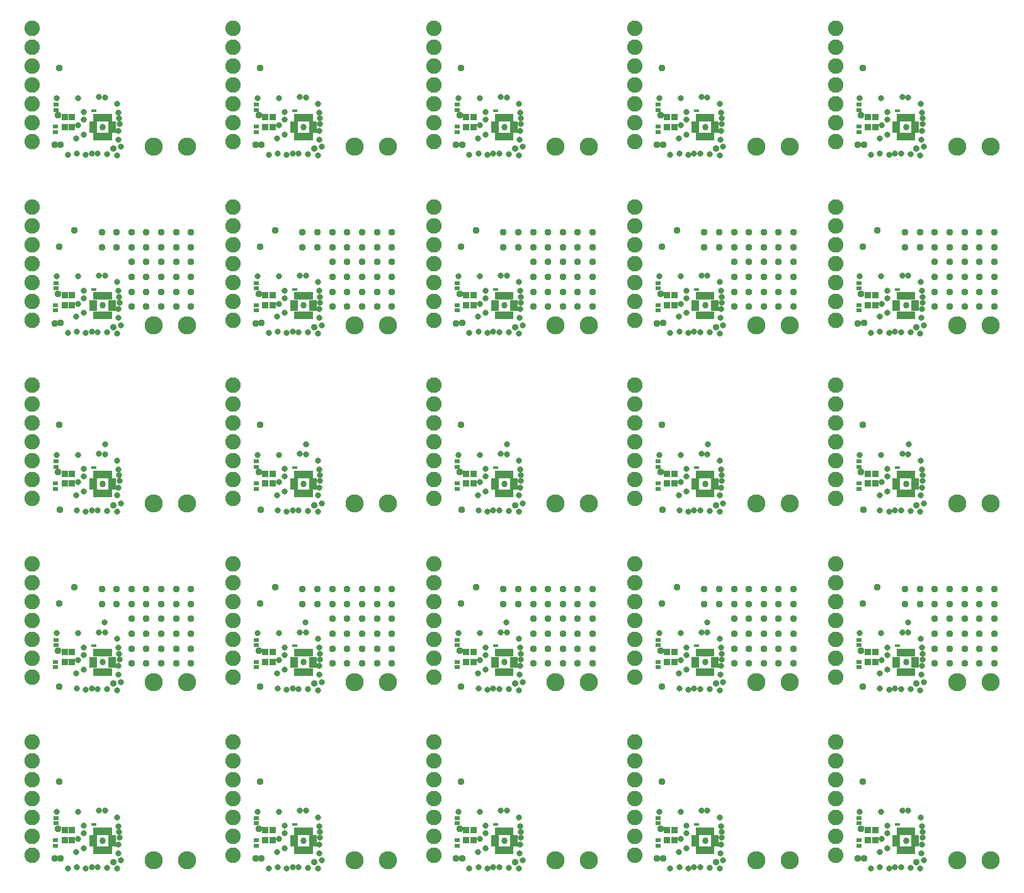
<source format=gbr>
G04 EAGLE Gerber X2 export*
%TF.Part,Single*%
%TF.FileFunction,Soldermask,Bot,1*%
%TF.FilePolarity,Negative*%
%TF.GenerationSoftware,Autodesk,EAGLE,9.0.0*%
%TF.CreationDate,2018-06-20T06:24:19Z*%
G75*
%MOMM*%
%FSLAX34Y34*%
%LPD*%
%AMOC8*
5,1,8,0,0,1.08239X$1,22.5*%
G01*
%ADD10R,0.381000X0.457200*%
%ADD11R,0.803200X0.603200*%
%ADD12C,2.082800*%
%ADD13R,0.503200X1.128200*%
%ADD14R,1.003200X0.503200*%
%ADD15R,0.903200X0.953200*%
%ADD16C,0.812800*%
%ADD17C,0.863600*%
%ADD18C,2.453200*%
%ADD19C,0.959600*%
%ADD20C,0.909600*%


D10*
X57783Y63495D03*
X61085Y63495D03*
D11*
X8197Y64703D03*
X8197Y71703D03*
X7811Y34991D03*
X7811Y41991D03*
D12*
X-23592Y174080D03*
X-23592Y148680D03*
X-23592Y123280D03*
X-23592Y97880D03*
X-23592Y72480D03*
X-23592Y47080D03*
X-23592Y21680D03*
D13*
X61074Y54300D03*
X66074Y54300D03*
X71074Y54300D03*
X76074Y54300D03*
X81074Y54300D03*
D14*
X83824Y46425D03*
X83824Y41425D03*
X83824Y36425D03*
D13*
X81074Y28550D03*
X76074Y28550D03*
X71074Y28550D03*
X66074Y28550D03*
X61074Y28550D03*
D14*
X58324Y36425D03*
X58324Y41425D03*
X58324Y46425D03*
D15*
X30059Y41927D03*
X30059Y55427D03*
X20059Y55427D03*
X20059Y41927D03*
D10*
X57783Y-176505D03*
X61085Y-176505D03*
D11*
X8197Y-175297D03*
X8197Y-168297D03*
X7811Y-205009D03*
X7811Y-198009D03*
D12*
X-23592Y-65920D03*
X-23592Y-91320D03*
X-23592Y-116720D03*
X-23592Y-142120D03*
X-23592Y-167520D03*
X-23592Y-192920D03*
X-23592Y-218320D03*
D13*
X61074Y-185700D03*
X66074Y-185700D03*
X71074Y-185700D03*
X76074Y-185700D03*
X81074Y-185700D03*
D14*
X83824Y-193575D03*
X83824Y-198575D03*
X83824Y-203575D03*
D13*
X81074Y-211450D03*
X76074Y-211450D03*
X71074Y-211450D03*
X66074Y-211450D03*
X61074Y-211450D03*
D14*
X58324Y-203575D03*
X58324Y-198575D03*
X58324Y-193575D03*
D15*
X30059Y-198073D03*
X30059Y-184573D03*
X20059Y-184573D03*
X20059Y-198073D03*
D10*
X57783Y-416505D03*
X61085Y-416505D03*
D11*
X8197Y-415297D03*
X8197Y-408297D03*
X7811Y-445009D03*
X7811Y-438009D03*
D12*
X-23592Y-305920D03*
X-23592Y-331320D03*
X-23592Y-356720D03*
X-23592Y-382120D03*
X-23592Y-407520D03*
X-23592Y-432920D03*
X-23592Y-458320D03*
D13*
X61074Y-425700D03*
X66074Y-425700D03*
X71074Y-425700D03*
X76074Y-425700D03*
X81074Y-425700D03*
D14*
X83824Y-433575D03*
X83824Y-438575D03*
X83824Y-443575D03*
D13*
X81074Y-451450D03*
X76074Y-451450D03*
X71074Y-451450D03*
X66074Y-451450D03*
X61074Y-451450D03*
D14*
X58324Y-443575D03*
X58324Y-438575D03*
X58324Y-433575D03*
D15*
X30059Y-438073D03*
X30059Y-424573D03*
X20059Y-424573D03*
X20059Y-438073D03*
D10*
X57783Y-656505D03*
X61085Y-656505D03*
D11*
X8197Y-655297D03*
X8197Y-648297D03*
X7811Y-685009D03*
X7811Y-678009D03*
D12*
X-23592Y-545920D03*
X-23592Y-571320D03*
X-23592Y-596720D03*
X-23592Y-622120D03*
X-23592Y-647520D03*
X-23592Y-672920D03*
X-23592Y-698320D03*
D13*
X61074Y-665700D03*
X66074Y-665700D03*
X71074Y-665700D03*
X76074Y-665700D03*
X81074Y-665700D03*
D14*
X83824Y-673575D03*
X83824Y-678575D03*
X83824Y-683575D03*
D13*
X81074Y-691450D03*
X76074Y-691450D03*
X71074Y-691450D03*
X66074Y-691450D03*
X61074Y-691450D03*
D14*
X58324Y-683575D03*
X58324Y-678575D03*
X58324Y-673575D03*
D15*
X30059Y-678073D03*
X30059Y-664573D03*
X20059Y-664573D03*
X20059Y-678073D03*
D10*
X57783Y-896505D03*
X61085Y-896505D03*
D11*
X8197Y-895297D03*
X8197Y-888297D03*
X7811Y-925009D03*
X7811Y-918009D03*
D12*
X-23592Y-785920D03*
X-23592Y-811320D03*
X-23592Y-836720D03*
X-23592Y-862120D03*
X-23592Y-887520D03*
X-23592Y-912920D03*
X-23592Y-938320D03*
D13*
X61074Y-905700D03*
X66074Y-905700D03*
X71074Y-905700D03*
X76074Y-905700D03*
X81074Y-905700D03*
D14*
X83824Y-913575D03*
X83824Y-918575D03*
X83824Y-923575D03*
D13*
X81074Y-931450D03*
X76074Y-931450D03*
X71074Y-931450D03*
X66074Y-931450D03*
X61074Y-931450D03*
D14*
X58324Y-923575D03*
X58324Y-918575D03*
X58324Y-913575D03*
D15*
X30059Y-918073D03*
X30059Y-904573D03*
X20059Y-904573D03*
X20059Y-918073D03*
D10*
X327783Y63495D03*
X331085Y63495D03*
D11*
X278197Y64703D03*
X278197Y71703D03*
X277811Y34991D03*
X277811Y41991D03*
D12*
X246408Y174080D03*
X246408Y148680D03*
X246408Y123280D03*
X246408Y97880D03*
X246408Y72480D03*
X246408Y47080D03*
X246408Y21680D03*
D13*
X331074Y54300D03*
X336074Y54300D03*
X341074Y54300D03*
X346074Y54300D03*
X351074Y54300D03*
D14*
X353824Y46425D03*
X353824Y41425D03*
X353824Y36425D03*
D13*
X351074Y28550D03*
X346074Y28550D03*
X341074Y28550D03*
X336074Y28550D03*
X331074Y28550D03*
D14*
X328324Y36425D03*
X328324Y41425D03*
X328324Y46425D03*
D15*
X300059Y41927D03*
X300059Y55427D03*
X290059Y55427D03*
X290059Y41927D03*
D10*
X327783Y-176505D03*
X331085Y-176505D03*
D11*
X278197Y-175297D03*
X278197Y-168297D03*
X277811Y-205009D03*
X277811Y-198009D03*
D12*
X246408Y-65920D03*
X246408Y-91320D03*
X246408Y-116720D03*
X246408Y-142120D03*
X246408Y-167520D03*
X246408Y-192920D03*
X246408Y-218320D03*
D13*
X331074Y-185700D03*
X336074Y-185700D03*
X341074Y-185700D03*
X346074Y-185700D03*
X351074Y-185700D03*
D14*
X353824Y-193575D03*
X353824Y-198575D03*
X353824Y-203575D03*
D13*
X351074Y-211450D03*
X346074Y-211450D03*
X341074Y-211450D03*
X336074Y-211450D03*
X331074Y-211450D03*
D14*
X328324Y-203575D03*
X328324Y-198575D03*
X328324Y-193575D03*
D15*
X300059Y-198073D03*
X300059Y-184573D03*
X290059Y-184573D03*
X290059Y-198073D03*
D10*
X327783Y-416505D03*
X331085Y-416505D03*
D11*
X278197Y-415297D03*
X278197Y-408297D03*
X277811Y-445009D03*
X277811Y-438009D03*
D12*
X246408Y-305920D03*
X246408Y-331320D03*
X246408Y-356720D03*
X246408Y-382120D03*
X246408Y-407520D03*
X246408Y-432920D03*
X246408Y-458320D03*
D13*
X331074Y-425700D03*
X336074Y-425700D03*
X341074Y-425700D03*
X346074Y-425700D03*
X351074Y-425700D03*
D14*
X353824Y-433575D03*
X353824Y-438575D03*
X353824Y-443575D03*
D13*
X351074Y-451450D03*
X346074Y-451450D03*
X341074Y-451450D03*
X336074Y-451450D03*
X331074Y-451450D03*
D14*
X328324Y-443575D03*
X328324Y-438575D03*
X328324Y-433575D03*
D15*
X300059Y-438073D03*
X300059Y-424573D03*
X290059Y-424573D03*
X290059Y-438073D03*
D10*
X327783Y-656505D03*
X331085Y-656505D03*
D11*
X278197Y-655297D03*
X278197Y-648297D03*
X277811Y-685009D03*
X277811Y-678009D03*
D12*
X246408Y-545920D03*
X246408Y-571320D03*
X246408Y-596720D03*
X246408Y-622120D03*
X246408Y-647520D03*
X246408Y-672920D03*
X246408Y-698320D03*
D13*
X331074Y-665700D03*
X336074Y-665700D03*
X341074Y-665700D03*
X346074Y-665700D03*
X351074Y-665700D03*
D14*
X353824Y-673575D03*
X353824Y-678575D03*
X353824Y-683575D03*
D13*
X351074Y-691450D03*
X346074Y-691450D03*
X341074Y-691450D03*
X336074Y-691450D03*
X331074Y-691450D03*
D14*
X328324Y-683575D03*
X328324Y-678575D03*
X328324Y-673575D03*
D15*
X300059Y-678073D03*
X300059Y-664573D03*
X290059Y-664573D03*
X290059Y-678073D03*
D10*
X327783Y-896505D03*
X331085Y-896505D03*
D11*
X278197Y-895297D03*
X278197Y-888297D03*
X277811Y-925009D03*
X277811Y-918009D03*
D12*
X246408Y-785920D03*
X246408Y-811320D03*
X246408Y-836720D03*
X246408Y-862120D03*
X246408Y-887520D03*
X246408Y-912920D03*
X246408Y-938320D03*
D13*
X331074Y-905700D03*
X336074Y-905700D03*
X341074Y-905700D03*
X346074Y-905700D03*
X351074Y-905700D03*
D14*
X353824Y-913575D03*
X353824Y-918575D03*
X353824Y-923575D03*
D13*
X351074Y-931450D03*
X346074Y-931450D03*
X341074Y-931450D03*
X336074Y-931450D03*
X331074Y-931450D03*
D14*
X328324Y-923575D03*
X328324Y-918575D03*
X328324Y-913575D03*
D15*
X300059Y-918073D03*
X300059Y-904573D03*
X290059Y-904573D03*
X290059Y-918073D03*
D10*
X597783Y63495D03*
X601085Y63495D03*
D11*
X548197Y64703D03*
X548197Y71703D03*
X547811Y34991D03*
X547811Y41991D03*
D12*
X516408Y174080D03*
X516408Y148680D03*
X516408Y123280D03*
X516408Y97880D03*
X516408Y72480D03*
X516408Y47080D03*
X516408Y21680D03*
D13*
X601074Y54300D03*
X606074Y54300D03*
X611074Y54300D03*
X616074Y54300D03*
X621074Y54300D03*
D14*
X623824Y46425D03*
X623824Y41425D03*
X623824Y36425D03*
D13*
X621074Y28550D03*
X616074Y28550D03*
X611074Y28550D03*
X606074Y28550D03*
X601074Y28550D03*
D14*
X598324Y36425D03*
X598324Y41425D03*
X598324Y46425D03*
D15*
X570059Y41927D03*
X570059Y55427D03*
X560059Y55427D03*
X560059Y41927D03*
D10*
X597783Y-176505D03*
X601085Y-176505D03*
D11*
X548197Y-175297D03*
X548197Y-168297D03*
X547811Y-205009D03*
X547811Y-198009D03*
D12*
X516408Y-65920D03*
X516408Y-91320D03*
X516408Y-116720D03*
X516408Y-142120D03*
X516408Y-167520D03*
X516408Y-192920D03*
X516408Y-218320D03*
D13*
X601074Y-185700D03*
X606074Y-185700D03*
X611074Y-185700D03*
X616074Y-185700D03*
X621074Y-185700D03*
D14*
X623824Y-193575D03*
X623824Y-198575D03*
X623824Y-203575D03*
D13*
X621074Y-211450D03*
X616074Y-211450D03*
X611074Y-211450D03*
X606074Y-211450D03*
X601074Y-211450D03*
D14*
X598324Y-203575D03*
X598324Y-198575D03*
X598324Y-193575D03*
D15*
X570059Y-198073D03*
X570059Y-184573D03*
X560059Y-184573D03*
X560059Y-198073D03*
D10*
X597783Y-416505D03*
X601085Y-416505D03*
D11*
X548197Y-415297D03*
X548197Y-408297D03*
X547811Y-445009D03*
X547811Y-438009D03*
D12*
X516408Y-305920D03*
X516408Y-331320D03*
X516408Y-356720D03*
X516408Y-382120D03*
X516408Y-407520D03*
X516408Y-432920D03*
X516408Y-458320D03*
D13*
X601074Y-425700D03*
X606074Y-425700D03*
X611074Y-425700D03*
X616074Y-425700D03*
X621074Y-425700D03*
D14*
X623824Y-433575D03*
X623824Y-438575D03*
X623824Y-443575D03*
D13*
X621074Y-451450D03*
X616074Y-451450D03*
X611074Y-451450D03*
X606074Y-451450D03*
X601074Y-451450D03*
D14*
X598324Y-443575D03*
X598324Y-438575D03*
X598324Y-433575D03*
D15*
X570059Y-438073D03*
X570059Y-424573D03*
X560059Y-424573D03*
X560059Y-438073D03*
D10*
X597783Y-656505D03*
X601085Y-656505D03*
D11*
X548197Y-655297D03*
X548197Y-648297D03*
X547811Y-685009D03*
X547811Y-678009D03*
D12*
X516408Y-545920D03*
X516408Y-571320D03*
X516408Y-596720D03*
X516408Y-622120D03*
X516408Y-647520D03*
X516408Y-672920D03*
X516408Y-698320D03*
D13*
X601074Y-665700D03*
X606074Y-665700D03*
X611074Y-665700D03*
X616074Y-665700D03*
X621074Y-665700D03*
D14*
X623824Y-673575D03*
X623824Y-678575D03*
X623824Y-683575D03*
D13*
X621074Y-691450D03*
X616074Y-691450D03*
X611074Y-691450D03*
X606074Y-691450D03*
X601074Y-691450D03*
D14*
X598324Y-683575D03*
X598324Y-678575D03*
X598324Y-673575D03*
D15*
X570059Y-678073D03*
X570059Y-664573D03*
X560059Y-664573D03*
X560059Y-678073D03*
D10*
X597783Y-896505D03*
X601085Y-896505D03*
D11*
X548197Y-895297D03*
X548197Y-888297D03*
X547811Y-925009D03*
X547811Y-918009D03*
D12*
X516408Y-785920D03*
X516408Y-811320D03*
X516408Y-836720D03*
X516408Y-862120D03*
X516408Y-887520D03*
X516408Y-912920D03*
X516408Y-938320D03*
D13*
X601074Y-905700D03*
X606074Y-905700D03*
X611074Y-905700D03*
X616074Y-905700D03*
X621074Y-905700D03*
D14*
X623824Y-913575D03*
X623824Y-918575D03*
X623824Y-923575D03*
D13*
X621074Y-931450D03*
X616074Y-931450D03*
X611074Y-931450D03*
X606074Y-931450D03*
X601074Y-931450D03*
D14*
X598324Y-923575D03*
X598324Y-918575D03*
X598324Y-913575D03*
D15*
X570059Y-918073D03*
X570059Y-904573D03*
X560059Y-904573D03*
X560059Y-918073D03*
D10*
X867783Y63495D03*
X871085Y63495D03*
D11*
X818197Y64703D03*
X818197Y71703D03*
X817811Y34991D03*
X817811Y41991D03*
D12*
X786408Y174080D03*
X786408Y148680D03*
X786408Y123280D03*
X786408Y97880D03*
X786408Y72480D03*
X786408Y47080D03*
X786408Y21680D03*
D13*
X871074Y54300D03*
X876074Y54300D03*
X881074Y54300D03*
X886074Y54300D03*
X891074Y54300D03*
D14*
X893824Y46425D03*
X893824Y41425D03*
X893824Y36425D03*
D13*
X891074Y28550D03*
X886074Y28550D03*
X881074Y28550D03*
X876074Y28550D03*
X871074Y28550D03*
D14*
X868324Y36425D03*
X868324Y41425D03*
X868324Y46425D03*
D15*
X840059Y41927D03*
X840059Y55427D03*
X830059Y55427D03*
X830059Y41927D03*
D10*
X867783Y-176505D03*
X871085Y-176505D03*
D11*
X818197Y-175297D03*
X818197Y-168297D03*
X817811Y-205009D03*
X817811Y-198009D03*
D12*
X786408Y-65920D03*
X786408Y-91320D03*
X786408Y-116720D03*
X786408Y-142120D03*
X786408Y-167520D03*
X786408Y-192920D03*
X786408Y-218320D03*
D13*
X871074Y-185700D03*
X876074Y-185700D03*
X881074Y-185700D03*
X886074Y-185700D03*
X891074Y-185700D03*
D14*
X893824Y-193575D03*
X893824Y-198575D03*
X893824Y-203575D03*
D13*
X891074Y-211450D03*
X886074Y-211450D03*
X881074Y-211450D03*
X876074Y-211450D03*
X871074Y-211450D03*
D14*
X868324Y-203575D03*
X868324Y-198575D03*
X868324Y-193575D03*
D15*
X840059Y-198073D03*
X840059Y-184573D03*
X830059Y-184573D03*
X830059Y-198073D03*
D10*
X867783Y-416505D03*
X871085Y-416505D03*
D11*
X818197Y-415297D03*
X818197Y-408297D03*
X817811Y-445009D03*
X817811Y-438009D03*
D12*
X786408Y-305920D03*
X786408Y-331320D03*
X786408Y-356720D03*
X786408Y-382120D03*
X786408Y-407520D03*
X786408Y-432920D03*
X786408Y-458320D03*
D13*
X871074Y-425700D03*
X876074Y-425700D03*
X881074Y-425700D03*
X886074Y-425700D03*
X891074Y-425700D03*
D14*
X893824Y-433575D03*
X893824Y-438575D03*
X893824Y-443575D03*
D13*
X891074Y-451450D03*
X886074Y-451450D03*
X881074Y-451450D03*
X876074Y-451450D03*
X871074Y-451450D03*
D14*
X868324Y-443575D03*
X868324Y-438575D03*
X868324Y-433575D03*
D15*
X840059Y-438073D03*
X840059Y-424573D03*
X830059Y-424573D03*
X830059Y-438073D03*
D10*
X867783Y-656505D03*
X871085Y-656505D03*
D11*
X818197Y-655297D03*
X818197Y-648297D03*
X817811Y-685009D03*
X817811Y-678009D03*
D12*
X786408Y-545920D03*
X786408Y-571320D03*
X786408Y-596720D03*
X786408Y-622120D03*
X786408Y-647520D03*
X786408Y-672920D03*
X786408Y-698320D03*
D13*
X871074Y-665700D03*
X876074Y-665700D03*
X881074Y-665700D03*
X886074Y-665700D03*
X891074Y-665700D03*
D14*
X893824Y-673575D03*
X893824Y-678575D03*
X893824Y-683575D03*
D13*
X891074Y-691450D03*
X886074Y-691450D03*
X881074Y-691450D03*
X876074Y-691450D03*
X871074Y-691450D03*
D14*
X868324Y-683575D03*
X868324Y-678575D03*
X868324Y-673575D03*
D15*
X840059Y-678073D03*
X840059Y-664573D03*
X830059Y-664573D03*
X830059Y-678073D03*
D10*
X867783Y-896505D03*
X871085Y-896505D03*
D11*
X818197Y-895297D03*
X818197Y-888297D03*
X817811Y-925009D03*
X817811Y-918009D03*
D12*
X786408Y-785920D03*
X786408Y-811320D03*
X786408Y-836720D03*
X786408Y-862120D03*
X786408Y-887520D03*
X786408Y-912920D03*
X786408Y-938320D03*
D13*
X871074Y-905700D03*
X876074Y-905700D03*
X881074Y-905700D03*
X886074Y-905700D03*
X891074Y-905700D03*
D14*
X893824Y-913575D03*
X893824Y-918575D03*
X893824Y-923575D03*
D13*
X891074Y-931450D03*
X886074Y-931450D03*
X881074Y-931450D03*
X876074Y-931450D03*
X871074Y-931450D03*
D14*
X868324Y-923575D03*
X868324Y-918575D03*
X868324Y-913575D03*
D15*
X840059Y-918073D03*
X840059Y-904573D03*
X830059Y-904573D03*
X830059Y-918073D03*
D10*
X1137783Y63495D03*
X1141085Y63495D03*
D11*
X1088197Y64703D03*
X1088197Y71703D03*
X1087811Y34991D03*
X1087811Y41991D03*
D12*
X1056408Y174080D03*
X1056408Y148680D03*
X1056408Y123280D03*
X1056408Y97880D03*
X1056408Y72480D03*
X1056408Y47080D03*
X1056408Y21680D03*
D13*
X1141074Y54300D03*
X1146074Y54300D03*
X1151074Y54300D03*
X1156074Y54300D03*
X1161074Y54300D03*
D14*
X1163824Y46425D03*
X1163824Y41425D03*
X1163824Y36425D03*
D13*
X1161074Y28550D03*
X1156074Y28550D03*
X1151074Y28550D03*
X1146074Y28550D03*
X1141074Y28550D03*
D14*
X1138324Y36425D03*
X1138324Y41425D03*
X1138324Y46425D03*
D15*
X1110059Y41927D03*
X1110059Y55427D03*
X1100059Y55427D03*
X1100059Y41927D03*
D10*
X1137783Y-176505D03*
X1141085Y-176505D03*
D11*
X1088197Y-175297D03*
X1088197Y-168297D03*
X1087811Y-205009D03*
X1087811Y-198009D03*
D12*
X1056408Y-65920D03*
X1056408Y-91320D03*
X1056408Y-116720D03*
X1056408Y-142120D03*
X1056408Y-167520D03*
X1056408Y-192920D03*
X1056408Y-218320D03*
D13*
X1141074Y-185700D03*
X1146074Y-185700D03*
X1151074Y-185700D03*
X1156074Y-185700D03*
X1161074Y-185700D03*
D14*
X1163824Y-193575D03*
X1163824Y-198575D03*
X1163824Y-203575D03*
D13*
X1161074Y-211450D03*
X1156074Y-211450D03*
X1151074Y-211450D03*
X1146074Y-211450D03*
X1141074Y-211450D03*
D14*
X1138324Y-203575D03*
X1138324Y-198575D03*
X1138324Y-193575D03*
D15*
X1110059Y-198073D03*
X1110059Y-184573D03*
X1100059Y-184573D03*
X1100059Y-198073D03*
D10*
X1137783Y-416505D03*
X1141085Y-416505D03*
D11*
X1088197Y-415297D03*
X1088197Y-408297D03*
X1087811Y-445009D03*
X1087811Y-438009D03*
D12*
X1056408Y-305920D03*
X1056408Y-331320D03*
X1056408Y-356720D03*
X1056408Y-382120D03*
X1056408Y-407520D03*
X1056408Y-432920D03*
X1056408Y-458320D03*
D13*
X1141074Y-425700D03*
X1146074Y-425700D03*
X1151074Y-425700D03*
X1156074Y-425700D03*
X1161074Y-425700D03*
D14*
X1163824Y-433575D03*
X1163824Y-438575D03*
X1163824Y-443575D03*
D13*
X1161074Y-451450D03*
X1156074Y-451450D03*
X1151074Y-451450D03*
X1146074Y-451450D03*
X1141074Y-451450D03*
D14*
X1138324Y-443575D03*
X1138324Y-438575D03*
X1138324Y-433575D03*
D15*
X1110059Y-438073D03*
X1110059Y-424573D03*
X1100059Y-424573D03*
X1100059Y-438073D03*
D10*
X1137783Y-656505D03*
X1141085Y-656505D03*
D11*
X1088197Y-655297D03*
X1088197Y-648297D03*
X1087811Y-685009D03*
X1087811Y-678009D03*
D12*
X1056408Y-545920D03*
X1056408Y-571320D03*
X1056408Y-596720D03*
X1056408Y-622120D03*
X1056408Y-647520D03*
X1056408Y-672920D03*
X1056408Y-698320D03*
D13*
X1141074Y-665700D03*
X1146074Y-665700D03*
X1151074Y-665700D03*
X1156074Y-665700D03*
X1161074Y-665700D03*
D14*
X1163824Y-673575D03*
X1163824Y-678575D03*
X1163824Y-683575D03*
D13*
X1161074Y-691450D03*
X1156074Y-691450D03*
X1151074Y-691450D03*
X1146074Y-691450D03*
X1141074Y-691450D03*
D14*
X1138324Y-683575D03*
X1138324Y-678575D03*
X1138324Y-673575D03*
D15*
X1110059Y-678073D03*
X1110059Y-664573D03*
X1100059Y-664573D03*
X1100059Y-678073D03*
D10*
X1137783Y-896505D03*
X1141085Y-896505D03*
D11*
X1088197Y-895297D03*
X1088197Y-888297D03*
X1087811Y-925009D03*
X1087811Y-918009D03*
D12*
X1056408Y-785920D03*
X1056408Y-811320D03*
X1056408Y-836720D03*
X1056408Y-862120D03*
X1056408Y-887520D03*
X1056408Y-912920D03*
X1056408Y-938320D03*
D13*
X1141074Y-905700D03*
X1146074Y-905700D03*
X1151074Y-905700D03*
X1156074Y-905700D03*
X1161074Y-905700D03*
D14*
X1163824Y-913575D03*
X1163824Y-918575D03*
X1163824Y-923575D03*
D13*
X1161074Y-931450D03*
X1156074Y-931450D03*
X1151074Y-931450D03*
X1146074Y-931450D03*
X1141074Y-931450D03*
D14*
X1138324Y-923575D03*
X1138324Y-918575D03*
X1138324Y-913575D03*
D15*
X1110059Y-918073D03*
X1110059Y-904573D03*
X1100059Y-904573D03*
X1100059Y-918073D03*
D16*
X90966Y72998D03*
X38089Y80475D03*
X9312Y80632D03*
X66495Y82027D03*
X74386Y81680D03*
X93684Y45471D03*
X93202Y53091D03*
X92615Y61222D03*
X64690Y5768D03*
X92396Y36639D03*
D17*
X71492Y41715D03*
D16*
X46000Y61500D03*
X46000Y51500D03*
X38500Y44000D03*
X46000Y31500D03*
X36000Y26500D03*
X95558Y14913D03*
X36362Y6057D03*
X24372Y4260D03*
D18*
X140000Y15000D03*
D19*
X14651Y17935D03*
X6585Y17628D03*
D20*
X85493Y12696D03*
D16*
X90593Y3822D03*
D19*
X11000Y57397D03*
X12835Y120835D03*
D16*
X48613Y4541D03*
X77104Y5134D03*
D18*
X185000Y15000D03*
D16*
X56502Y6055D03*
X92083Y24841D03*
X90966Y-167002D03*
X38089Y-159525D03*
X9312Y-159368D03*
X66495Y-157973D03*
X74386Y-158320D03*
X93684Y-194529D03*
X93202Y-186909D03*
X92615Y-178778D03*
X64690Y-234232D03*
X92396Y-203361D03*
D17*
X71492Y-198285D03*
D16*
X46000Y-178500D03*
X46000Y-188500D03*
X38500Y-196000D03*
X46000Y-208500D03*
X36000Y-213500D03*
X95558Y-225087D03*
X36362Y-233944D03*
X24372Y-235741D03*
D18*
X140000Y-225000D03*
D19*
X33000Y-97000D03*
X70000Y-100000D03*
X90000Y-100000D03*
X110000Y-100000D03*
X130000Y-100000D03*
X150000Y-100000D03*
X170000Y-100000D03*
X190000Y-100000D03*
X70000Y-120000D03*
X90000Y-120000D03*
X110000Y-120000D03*
X130000Y-120000D03*
X150000Y-120000D03*
X170000Y-120000D03*
X190000Y-120000D03*
X190000Y-140000D03*
X190000Y-160000D03*
X170000Y-140000D03*
X110000Y-140000D03*
X130000Y-140000D03*
X150000Y-140000D03*
X150000Y-160000D03*
X130000Y-160000D03*
X110000Y-160000D03*
X110000Y-180000D03*
X130000Y-180000D03*
X150000Y-180000D03*
X170000Y-180000D03*
X170000Y-160000D03*
X190000Y-180000D03*
X190000Y-200000D03*
X170000Y-200000D03*
X150000Y-200000D03*
X130000Y-200000D03*
X110000Y-200000D03*
X14651Y-222065D03*
X6585Y-222372D03*
D20*
X85493Y-227304D03*
D16*
X90593Y-236178D03*
D19*
X11000Y-182603D03*
X12835Y-119165D03*
D16*
X48613Y-235459D03*
X77104Y-234866D03*
D18*
X185000Y-225000D03*
D16*
X56502Y-233945D03*
X92083Y-215159D03*
X90966Y-407002D03*
X38089Y-399525D03*
X9312Y-399368D03*
X66495Y-397973D03*
X74386Y-398320D03*
X93684Y-434529D03*
X93202Y-426909D03*
X92615Y-418778D03*
X64690Y-474232D03*
X92396Y-443361D03*
D17*
X71492Y-438285D03*
D16*
X46000Y-418500D03*
X46000Y-428500D03*
X38500Y-436000D03*
X46000Y-448500D03*
X36000Y-453500D03*
X95558Y-465087D03*
X36362Y-473944D03*
D18*
X140000Y-465000D03*
D20*
X85493Y-467304D03*
D16*
X90593Y-476178D03*
D19*
X11000Y-422603D03*
X12835Y-359165D03*
D16*
X48613Y-475459D03*
X77104Y-474866D03*
D18*
X185000Y-465000D03*
D19*
X14000Y-473000D03*
D16*
X75000Y-385000D03*
X56502Y-473945D03*
X91000Y-454029D03*
X90966Y-647002D03*
X38089Y-639525D03*
X9312Y-639368D03*
X66495Y-637973D03*
X74386Y-638320D03*
X93684Y-674529D03*
X93202Y-666909D03*
X92615Y-658778D03*
X64690Y-714232D03*
X92396Y-683361D03*
D17*
X71492Y-678285D03*
D16*
X46000Y-658500D03*
X46000Y-668500D03*
X38500Y-676000D03*
X46000Y-688500D03*
X36000Y-693500D03*
X95558Y-705087D03*
X36362Y-713944D03*
D18*
X140000Y-705000D03*
D19*
X33000Y-577000D03*
X70000Y-580000D03*
X90000Y-580000D03*
X110000Y-580000D03*
X130000Y-580000D03*
X150000Y-580000D03*
X170000Y-580000D03*
X190000Y-580000D03*
X70000Y-600000D03*
X90000Y-600000D03*
X110000Y-600000D03*
X130000Y-600000D03*
X150000Y-600000D03*
X170000Y-600000D03*
X190000Y-600000D03*
X190000Y-620000D03*
X190000Y-640000D03*
X170000Y-620000D03*
X110000Y-620000D03*
X130000Y-620000D03*
X150000Y-620000D03*
X150000Y-640000D03*
X130000Y-640000D03*
X110000Y-640000D03*
X110000Y-660000D03*
X130000Y-660000D03*
X150000Y-660000D03*
X170000Y-660000D03*
X170000Y-640000D03*
X190000Y-660000D03*
X190000Y-680000D03*
X170000Y-680000D03*
X150000Y-680000D03*
X130000Y-680000D03*
X110000Y-680000D03*
D20*
X85493Y-707304D03*
D16*
X90593Y-716178D03*
D19*
X11000Y-662603D03*
X12835Y-599165D03*
D16*
X48613Y-715459D03*
X77104Y-714866D03*
D18*
X185000Y-705000D03*
D16*
X74000Y-625000D03*
D19*
X13000Y-711000D03*
D16*
X56502Y-713945D03*
X92083Y-695159D03*
X90966Y-887002D03*
X38089Y-879525D03*
X9312Y-879368D03*
X66495Y-877973D03*
X74386Y-878320D03*
X93684Y-914529D03*
X93202Y-906909D03*
X92615Y-898778D03*
X64690Y-954232D03*
X92396Y-923361D03*
D17*
X71492Y-918285D03*
D16*
X46000Y-898500D03*
X46000Y-908500D03*
X38500Y-916000D03*
X46000Y-928500D03*
X36000Y-933500D03*
X95558Y-945087D03*
X36362Y-953944D03*
X24372Y-955741D03*
D18*
X140000Y-945000D03*
D19*
X14651Y-942065D03*
X6585Y-942372D03*
D20*
X85493Y-947304D03*
D16*
X90593Y-956178D03*
D19*
X11000Y-902603D03*
X12835Y-839165D03*
D16*
X48613Y-955459D03*
X77104Y-954866D03*
D18*
X185000Y-945000D03*
D16*
X56502Y-953945D03*
X92083Y-935159D03*
X360966Y72998D03*
X308089Y80475D03*
X279312Y80632D03*
X336495Y82027D03*
X344386Y81680D03*
X363684Y45471D03*
X363202Y53091D03*
X362615Y61222D03*
X334690Y5768D03*
X362396Y36639D03*
D17*
X341492Y41715D03*
D16*
X316000Y61500D03*
X316000Y51500D03*
X308500Y44000D03*
X316000Y31500D03*
X306000Y26500D03*
X365558Y14913D03*
X306362Y6057D03*
X294372Y4260D03*
D18*
X410000Y15000D03*
D19*
X284651Y17935D03*
X276585Y17628D03*
D20*
X355493Y12696D03*
D16*
X360593Y3822D03*
D19*
X281000Y57397D03*
X282835Y120835D03*
D16*
X318613Y4541D03*
X347104Y5134D03*
D18*
X455000Y15000D03*
D16*
X326502Y6055D03*
X362083Y24841D03*
X360966Y-167002D03*
X308089Y-159525D03*
X279312Y-159368D03*
X336495Y-157973D03*
X344386Y-158320D03*
X363684Y-194529D03*
X363202Y-186909D03*
X362615Y-178778D03*
X334690Y-234232D03*
X362396Y-203361D03*
D17*
X341492Y-198285D03*
D16*
X316000Y-178500D03*
X316000Y-188500D03*
X308500Y-196000D03*
X316000Y-208500D03*
X306000Y-213500D03*
X365558Y-225087D03*
X306362Y-233944D03*
X294372Y-235741D03*
D18*
X410000Y-225000D03*
D19*
X303000Y-97000D03*
X340000Y-100000D03*
X360000Y-100000D03*
X380000Y-100000D03*
X400000Y-100000D03*
X420000Y-100000D03*
X440000Y-100000D03*
X460000Y-100000D03*
X340000Y-120000D03*
X360000Y-120000D03*
X380000Y-120000D03*
X400000Y-120000D03*
X420000Y-120000D03*
X440000Y-120000D03*
X460000Y-120000D03*
X460000Y-140000D03*
X460000Y-160000D03*
X440000Y-140000D03*
X380000Y-140000D03*
X400000Y-140000D03*
X420000Y-140000D03*
X420000Y-160000D03*
X400000Y-160000D03*
X380000Y-160000D03*
X380000Y-180000D03*
X400000Y-180000D03*
X420000Y-180000D03*
X440000Y-180000D03*
X440000Y-160000D03*
X460000Y-180000D03*
X460000Y-200000D03*
X440000Y-200000D03*
X420000Y-200000D03*
X400000Y-200000D03*
X380000Y-200000D03*
X284651Y-222065D03*
X276585Y-222372D03*
D20*
X355493Y-227304D03*
D16*
X360593Y-236178D03*
D19*
X281000Y-182603D03*
X282835Y-119165D03*
D16*
X318613Y-235459D03*
X347104Y-234866D03*
D18*
X455000Y-225000D03*
D16*
X326502Y-233945D03*
X362083Y-215159D03*
X360966Y-407002D03*
X308089Y-399525D03*
X279312Y-399368D03*
X336495Y-397973D03*
X344386Y-398320D03*
X363684Y-434529D03*
X363202Y-426909D03*
X362615Y-418778D03*
X334690Y-474232D03*
X362396Y-443361D03*
D17*
X341492Y-438285D03*
D16*
X316000Y-418500D03*
X316000Y-428500D03*
X308500Y-436000D03*
X316000Y-448500D03*
X306000Y-453500D03*
X365558Y-465087D03*
X306362Y-473944D03*
D18*
X410000Y-465000D03*
D20*
X355493Y-467304D03*
D16*
X360593Y-476178D03*
D19*
X281000Y-422603D03*
X282835Y-359165D03*
D16*
X318613Y-475459D03*
X347104Y-474866D03*
D18*
X455000Y-465000D03*
D19*
X284000Y-473000D03*
D16*
X345000Y-385000D03*
X326502Y-473945D03*
X361000Y-454029D03*
X360966Y-647002D03*
X308089Y-639525D03*
X279312Y-639368D03*
X336495Y-637973D03*
X344386Y-638320D03*
X363684Y-674529D03*
X363202Y-666909D03*
X362615Y-658778D03*
X334690Y-714232D03*
X362396Y-683361D03*
D17*
X341492Y-678285D03*
D16*
X316000Y-658500D03*
X316000Y-668500D03*
X308500Y-676000D03*
X316000Y-688500D03*
X306000Y-693500D03*
X365558Y-705087D03*
X306362Y-713944D03*
D18*
X410000Y-705000D03*
D19*
X303000Y-577000D03*
X340000Y-580000D03*
X360000Y-580000D03*
X380000Y-580000D03*
X400000Y-580000D03*
X420000Y-580000D03*
X440000Y-580000D03*
X460000Y-580000D03*
X340000Y-600000D03*
X360000Y-600000D03*
X380000Y-600000D03*
X400000Y-600000D03*
X420000Y-600000D03*
X440000Y-600000D03*
X460000Y-600000D03*
X460000Y-620000D03*
X460000Y-640000D03*
X440000Y-620000D03*
X380000Y-620000D03*
X400000Y-620000D03*
X420000Y-620000D03*
X420000Y-640000D03*
X400000Y-640000D03*
X380000Y-640000D03*
X380000Y-660000D03*
X400000Y-660000D03*
X420000Y-660000D03*
X440000Y-660000D03*
X440000Y-640000D03*
X460000Y-660000D03*
X460000Y-680000D03*
X440000Y-680000D03*
X420000Y-680000D03*
X400000Y-680000D03*
X380000Y-680000D03*
D20*
X355493Y-707304D03*
D16*
X360593Y-716178D03*
D19*
X281000Y-662603D03*
X282835Y-599165D03*
D16*
X318613Y-715459D03*
X347104Y-714866D03*
D18*
X455000Y-705000D03*
D16*
X344000Y-625000D03*
D19*
X283000Y-711000D03*
D16*
X326502Y-713945D03*
X362083Y-695159D03*
X360966Y-887002D03*
X308089Y-879525D03*
X279312Y-879368D03*
X336495Y-877973D03*
X344386Y-878320D03*
X363684Y-914529D03*
X363202Y-906909D03*
X362615Y-898778D03*
X334690Y-954232D03*
X362396Y-923361D03*
D17*
X341492Y-918285D03*
D16*
X316000Y-898500D03*
X316000Y-908500D03*
X308500Y-916000D03*
X316000Y-928500D03*
X306000Y-933500D03*
X365558Y-945087D03*
X306362Y-953944D03*
X294372Y-955741D03*
D18*
X410000Y-945000D03*
D19*
X284651Y-942065D03*
X276585Y-942372D03*
D20*
X355493Y-947304D03*
D16*
X360593Y-956178D03*
D19*
X281000Y-902603D03*
X282835Y-839165D03*
D16*
X318613Y-955459D03*
X347104Y-954866D03*
D18*
X455000Y-945000D03*
D16*
X326502Y-953945D03*
X362083Y-935159D03*
X630966Y72998D03*
X578089Y80475D03*
X549312Y80632D03*
X606495Y82027D03*
X614386Y81680D03*
X633684Y45471D03*
X633202Y53091D03*
X632615Y61222D03*
X604690Y5768D03*
X632396Y36639D03*
D17*
X611492Y41715D03*
D16*
X586000Y61500D03*
X586000Y51500D03*
X578500Y44000D03*
X586000Y31500D03*
X576000Y26500D03*
X635558Y14913D03*
X576362Y6057D03*
X564372Y4260D03*
D18*
X680000Y15000D03*
D19*
X554651Y17935D03*
X546585Y17628D03*
D20*
X625493Y12696D03*
D16*
X630593Y3822D03*
D19*
X551000Y57397D03*
X552835Y120835D03*
D16*
X588613Y4541D03*
X617104Y5134D03*
D18*
X725000Y15000D03*
D16*
X596502Y6055D03*
X632083Y24841D03*
X630966Y-167002D03*
X578089Y-159525D03*
X549312Y-159368D03*
X606495Y-157973D03*
X614386Y-158320D03*
X633684Y-194529D03*
X633202Y-186909D03*
X632615Y-178778D03*
X604690Y-234232D03*
X632396Y-203361D03*
D17*
X611492Y-198285D03*
D16*
X586000Y-178500D03*
X586000Y-188500D03*
X578500Y-196000D03*
X586000Y-208500D03*
X576000Y-213500D03*
X635558Y-225087D03*
X576362Y-233944D03*
X564372Y-235741D03*
D18*
X680000Y-225000D03*
D19*
X573000Y-97000D03*
X610000Y-100000D03*
X630000Y-100000D03*
X650000Y-100000D03*
X670000Y-100000D03*
X690000Y-100000D03*
X710000Y-100000D03*
X730000Y-100000D03*
X610000Y-120000D03*
X630000Y-120000D03*
X650000Y-120000D03*
X670000Y-120000D03*
X690000Y-120000D03*
X710000Y-120000D03*
X730000Y-120000D03*
X730000Y-140000D03*
X730000Y-160000D03*
X710000Y-140000D03*
X650000Y-140000D03*
X670000Y-140000D03*
X690000Y-140000D03*
X690000Y-160000D03*
X670000Y-160000D03*
X650000Y-160000D03*
X650000Y-180000D03*
X670000Y-180000D03*
X690000Y-180000D03*
X710000Y-180000D03*
X710000Y-160000D03*
X730000Y-180000D03*
X730000Y-200000D03*
X710000Y-200000D03*
X690000Y-200000D03*
X670000Y-200000D03*
X650000Y-200000D03*
X554651Y-222065D03*
X546585Y-222372D03*
D20*
X625493Y-227304D03*
D16*
X630593Y-236178D03*
D19*
X551000Y-182603D03*
X552835Y-119165D03*
D16*
X588613Y-235459D03*
X617104Y-234866D03*
D18*
X725000Y-225000D03*
D16*
X596502Y-233945D03*
X632083Y-215159D03*
X630966Y-407002D03*
X578089Y-399525D03*
X549312Y-399368D03*
X606495Y-397973D03*
X614386Y-398320D03*
X633684Y-434529D03*
X633202Y-426909D03*
X632615Y-418778D03*
X604690Y-474232D03*
X632396Y-443361D03*
D17*
X611492Y-438285D03*
D16*
X586000Y-418500D03*
X586000Y-428500D03*
X578500Y-436000D03*
X586000Y-448500D03*
X576000Y-453500D03*
X635558Y-465087D03*
X576362Y-473944D03*
D18*
X680000Y-465000D03*
D20*
X625493Y-467304D03*
D16*
X630593Y-476178D03*
D19*
X551000Y-422603D03*
X552835Y-359165D03*
D16*
X588613Y-475459D03*
X617104Y-474866D03*
D18*
X725000Y-465000D03*
D19*
X554000Y-473000D03*
D16*
X615000Y-385000D03*
X596502Y-473945D03*
X631000Y-454029D03*
X630966Y-647002D03*
X578089Y-639525D03*
X549312Y-639368D03*
X606495Y-637973D03*
X614386Y-638320D03*
X633684Y-674529D03*
X633202Y-666909D03*
X632615Y-658778D03*
X604690Y-714232D03*
X632396Y-683361D03*
D17*
X611492Y-678285D03*
D16*
X586000Y-658500D03*
X586000Y-668500D03*
X578500Y-676000D03*
X586000Y-688500D03*
X576000Y-693500D03*
X635558Y-705087D03*
X576362Y-713944D03*
D18*
X680000Y-705000D03*
D19*
X573000Y-577000D03*
X610000Y-580000D03*
X630000Y-580000D03*
X650000Y-580000D03*
X670000Y-580000D03*
X690000Y-580000D03*
X710000Y-580000D03*
X730000Y-580000D03*
X610000Y-600000D03*
X630000Y-600000D03*
X650000Y-600000D03*
X670000Y-600000D03*
X690000Y-600000D03*
X710000Y-600000D03*
X730000Y-600000D03*
X730000Y-620000D03*
X730000Y-640000D03*
X710000Y-620000D03*
X650000Y-620000D03*
X670000Y-620000D03*
X690000Y-620000D03*
X690000Y-640000D03*
X670000Y-640000D03*
X650000Y-640000D03*
X650000Y-660000D03*
X670000Y-660000D03*
X690000Y-660000D03*
X710000Y-660000D03*
X710000Y-640000D03*
X730000Y-660000D03*
X730000Y-680000D03*
X710000Y-680000D03*
X690000Y-680000D03*
X670000Y-680000D03*
X650000Y-680000D03*
D20*
X625493Y-707304D03*
D16*
X630593Y-716178D03*
D19*
X551000Y-662603D03*
X552835Y-599165D03*
D16*
X588613Y-715459D03*
X617104Y-714866D03*
D18*
X725000Y-705000D03*
D16*
X614000Y-625000D03*
D19*
X553000Y-711000D03*
D16*
X596502Y-713945D03*
X632083Y-695159D03*
X630966Y-887002D03*
X578089Y-879525D03*
X549312Y-879368D03*
X606495Y-877973D03*
X614386Y-878320D03*
X633684Y-914529D03*
X633202Y-906909D03*
X632615Y-898778D03*
X604690Y-954232D03*
X632396Y-923361D03*
D17*
X611492Y-918285D03*
D16*
X586000Y-898500D03*
X586000Y-908500D03*
X578500Y-916000D03*
X586000Y-928500D03*
X576000Y-933500D03*
X635558Y-945087D03*
X576362Y-953944D03*
X564372Y-955741D03*
D18*
X680000Y-945000D03*
D19*
X554651Y-942065D03*
X546585Y-942372D03*
D20*
X625493Y-947304D03*
D16*
X630593Y-956178D03*
D19*
X551000Y-902603D03*
X552835Y-839165D03*
D16*
X588613Y-955459D03*
X617104Y-954866D03*
D18*
X725000Y-945000D03*
D16*
X596502Y-953945D03*
X632083Y-935159D03*
X900966Y72998D03*
X848089Y80475D03*
X819312Y80632D03*
X876495Y82027D03*
X884386Y81680D03*
X903684Y45471D03*
X903202Y53091D03*
X902615Y61222D03*
X874690Y5768D03*
X902396Y36639D03*
D17*
X881492Y41715D03*
D16*
X856000Y61500D03*
X856000Y51500D03*
X848500Y44000D03*
X856000Y31500D03*
X846000Y26500D03*
X905558Y14913D03*
X846362Y6057D03*
X834372Y4260D03*
D18*
X950000Y15000D03*
D19*
X824651Y17935D03*
X816585Y17628D03*
D20*
X895493Y12696D03*
D16*
X900593Y3822D03*
D19*
X821000Y57397D03*
X822835Y120835D03*
D16*
X858613Y4541D03*
X887104Y5134D03*
D18*
X995000Y15000D03*
D16*
X866502Y6055D03*
X902083Y24841D03*
X900966Y-167002D03*
X848089Y-159525D03*
X819312Y-159368D03*
X876495Y-157973D03*
X884386Y-158320D03*
X903684Y-194529D03*
X903202Y-186909D03*
X902615Y-178778D03*
X874690Y-234232D03*
X902396Y-203361D03*
D17*
X881492Y-198285D03*
D16*
X856000Y-178500D03*
X856000Y-188500D03*
X848500Y-196000D03*
X856000Y-208500D03*
X846000Y-213500D03*
X905558Y-225087D03*
X846362Y-233944D03*
X834372Y-235741D03*
D18*
X950000Y-225000D03*
D19*
X843000Y-97000D03*
X880000Y-100000D03*
X900000Y-100000D03*
X920000Y-100000D03*
X940000Y-100000D03*
X960000Y-100000D03*
X980000Y-100000D03*
X1000000Y-100000D03*
X880000Y-120000D03*
X900000Y-120000D03*
X920000Y-120000D03*
X940000Y-120000D03*
X960000Y-120000D03*
X980000Y-120000D03*
X1000000Y-120000D03*
X1000000Y-140000D03*
X1000000Y-160000D03*
X980000Y-140000D03*
X920000Y-140000D03*
X940000Y-140000D03*
X960000Y-140000D03*
X960000Y-160000D03*
X940000Y-160000D03*
X920000Y-160000D03*
X920000Y-180000D03*
X940000Y-180000D03*
X960000Y-180000D03*
X980000Y-180000D03*
X980000Y-160000D03*
X1000000Y-180000D03*
X1000000Y-200000D03*
X980000Y-200000D03*
X960000Y-200000D03*
X940000Y-200000D03*
X920000Y-200000D03*
X824651Y-222065D03*
X816585Y-222372D03*
D20*
X895493Y-227304D03*
D16*
X900593Y-236178D03*
D19*
X821000Y-182603D03*
X822835Y-119165D03*
D16*
X858613Y-235459D03*
X887104Y-234866D03*
D18*
X995000Y-225000D03*
D16*
X866502Y-233945D03*
X902083Y-215159D03*
X900966Y-407002D03*
X848089Y-399525D03*
X819312Y-399368D03*
X876495Y-397973D03*
X884386Y-398320D03*
X903684Y-434529D03*
X903202Y-426909D03*
X902615Y-418778D03*
X874690Y-474232D03*
X902396Y-443361D03*
D17*
X881492Y-438285D03*
D16*
X856000Y-418500D03*
X856000Y-428500D03*
X848500Y-436000D03*
X856000Y-448500D03*
X846000Y-453500D03*
X905558Y-465087D03*
X846362Y-473944D03*
D18*
X950000Y-465000D03*
D20*
X895493Y-467304D03*
D16*
X900593Y-476178D03*
D19*
X821000Y-422603D03*
X822835Y-359165D03*
D16*
X858613Y-475459D03*
X887104Y-474866D03*
D18*
X995000Y-465000D03*
D19*
X824000Y-473000D03*
D16*
X885000Y-385000D03*
X866502Y-473945D03*
X901000Y-454029D03*
X900966Y-647002D03*
X848089Y-639525D03*
X819312Y-639368D03*
X876495Y-637973D03*
X884386Y-638320D03*
X903684Y-674529D03*
X903202Y-666909D03*
X902615Y-658778D03*
X874690Y-714232D03*
X902396Y-683361D03*
D17*
X881492Y-678285D03*
D16*
X856000Y-658500D03*
X856000Y-668500D03*
X848500Y-676000D03*
X856000Y-688500D03*
X846000Y-693500D03*
X905558Y-705087D03*
X846362Y-713944D03*
D18*
X950000Y-705000D03*
D19*
X843000Y-577000D03*
X880000Y-580000D03*
X900000Y-580000D03*
X920000Y-580000D03*
X940000Y-580000D03*
X960000Y-580000D03*
X980000Y-580000D03*
X1000000Y-580000D03*
X880000Y-600000D03*
X900000Y-600000D03*
X920000Y-600000D03*
X940000Y-600000D03*
X960000Y-600000D03*
X980000Y-600000D03*
X1000000Y-600000D03*
X1000000Y-620000D03*
X1000000Y-640000D03*
X980000Y-620000D03*
X920000Y-620000D03*
X940000Y-620000D03*
X960000Y-620000D03*
X960000Y-640000D03*
X940000Y-640000D03*
X920000Y-640000D03*
X920000Y-660000D03*
X940000Y-660000D03*
X960000Y-660000D03*
X980000Y-660000D03*
X980000Y-640000D03*
X1000000Y-660000D03*
X1000000Y-680000D03*
X980000Y-680000D03*
X960000Y-680000D03*
X940000Y-680000D03*
X920000Y-680000D03*
D20*
X895493Y-707304D03*
D16*
X900593Y-716178D03*
D19*
X821000Y-662603D03*
X822835Y-599165D03*
D16*
X858613Y-715459D03*
X887104Y-714866D03*
D18*
X995000Y-705000D03*
D16*
X884000Y-625000D03*
D19*
X823000Y-711000D03*
D16*
X866502Y-713945D03*
X902083Y-695159D03*
X900966Y-887002D03*
X848089Y-879525D03*
X819312Y-879368D03*
X876495Y-877973D03*
X884386Y-878320D03*
X903684Y-914529D03*
X903202Y-906909D03*
X902615Y-898778D03*
X874690Y-954232D03*
X902396Y-923361D03*
D17*
X881492Y-918285D03*
D16*
X856000Y-898500D03*
X856000Y-908500D03*
X848500Y-916000D03*
X856000Y-928500D03*
X846000Y-933500D03*
X905558Y-945087D03*
X846362Y-953944D03*
X834372Y-955741D03*
D18*
X950000Y-945000D03*
D19*
X824651Y-942065D03*
X816585Y-942372D03*
D20*
X895493Y-947304D03*
D16*
X900593Y-956178D03*
D19*
X821000Y-902603D03*
X822835Y-839165D03*
D16*
X858613Y-955459D03*
X887104Y-954866D03*
D18*
X995000Y-945000D03*
D16*
X866502Y-953945D03*
X902083Y-935159D03*
X1170966Y72998D03*
X1118089Y80475D03*
X1089312Y80632D03*
X1146495Y82027D03*
X1154386Y81680D03*
X1173684Y45471D03*
X1173202Y53091D03*
X1172615Y61222D03*
X1144690Y5768D03*
X1172396Y36639D03*
D17*
X1151492Y41715D03*
D16*
X1126000Y61500D03*
X1126000Y51500D03*
X1118500Y44000D03*
X1126000Y31500D03*
X1116000Y26500D03*
X1175558Y14913D03*
X1116362Y6057D03*
X1104372Y4260D03*
D18*
X1220000Y15000D03*
D19*
X1094651Y17935D03*
X1086585Y17628D03*
D20*
X1165493Y12696D03*
D16*
X1170593Y3822D03*
D19*
X1091000Y57397D03*
X1092835Y120835D03*
D16*
X1128613Y4541D03*
X1157104Y5134D03*
D18*
X1265000Y15000D03*
D16*
X1136502Y6055D03*
X1172083Y24841D03*
X1170966Y-167002D03*
X1118089Y-159525D03*
X1089312Y-159368D03*
X1146495Y-157973D03*
X1154386Y-158320D03*
X1173684Y-194529D03*
X1173202Y-186909D03*
X1172615Y-178778D03*
X1144690Y-234232D03*
X1172396Y-203361D03*
D17*
X1151492Y-198285D03*
D16*
X1126000Y-178500D03*
X1126000Y-188500D03*
X1118500Y-196000D03*
X1126000Y-208500D03*
X1116000Y-213500D03*
X1175558Y-225087D03*
X1116362Y-233944D03*
X1104372Y-235741D03*
D18*
X1220000Y-225000D03*
D19*
X1113000Y-97000D03*
X1150000Y-100000D03*
X1170000Y-100000D03*
X1190000Y-100000D03*
X1210000Y-100000D03*
X1230000Y-100000D03*
X1250000Y-100000D03*
X1270000Y-100000D03*
X1150000Y-120000D03*
X1170000Y-120000D03*
X1190000Y-120000D03*
X1210000Y-120000D03*
X1230000Y-120000D03*
X1250000Y-120000D03*
X1270000Y-120000D03*
X1270000Y-140000D03*
X1270000Y-160000D03*
X1250000Y-140000D03*
X1190000Y-140000D03*
X1210000Y-140000D03*
X1230000Y-140000D03*
X1230000Y-160000D03*
X1210000Y-160000D03*
X1190000Y-160000D03*
X1190000Y-180000D03*
X1210000Y-180000D03*
X1230000Y-180000D03*
X1250000Y-180000D03*
X1250000Y-160000D03*
X1270000Y-180000D03*
X1270000Y-200000D03*
X1250000Y-200000D03*
X1230000Y-200000D03*
X1210000Y-200000D03*
X1190000Y-200000D03*
X1094651Y-222065D03*
X1086585Y-222372D03*
D20*
X1165493Y-227304D03*
D16*
X1170593Y-236178D03*
D19*
X1091000Y-182603D03*
X1092835Y-119165D03*
D16*
X1128613Y-235459D03*
X1157104Y-234866D03*
D18*
X1265000Y-225000D03*
D16*
X1136502Y-233945D03*
X1172083Y-215159D03*
X1170966Y-407002D03*
X1118089Y-399525D03*
X1089312Y-399368D03*
X1146495Y-397973D03*
X1154386Y-398320D03*
X1173684Y-434529D03*
X1173202Y-426909D03*
X1172615Y-418778D03*
X1144690Y-474232D03*
X1172396Y-443361D03*
D17*
X1151492Y-438285D03*
D16*
X1126000Y-418500D03*
X1126000Y-428500D03*
X1118500Y-436000D03*
X1126000Y-448500D03*
X1116000Y-453500D03*
X1175558Y-465087D03*
X1116362Y-473944D03*
D18*
X1220000Y-465000D03*
D20*
X1165493Y-467304D03*
D16*
X1170593Y-476178D03*
D19*
X1091000Y-422603D03*
X1092835Y-359165D03*
D16*
X1128613Y-475459D03*
X1157104Y-474866D03*
D18*
X1265000Y-465000D03*
D19*
X1094000Y-473000D03*
D16*
X1155000Y-385000D03*
X1136502Y-473945D03*
X1171000Y-454029D03*
X1170966Y-647002D03*
X1118089Y-639525D03*
X1089312Y-639368D03*
X1146495Y-637973D03*
X1154386Y-638320D03*
X1173684Y-674529D03*
X1173202Y-666909D03*
X1172615Y-658778D03*
X1144690Y-714232D03*
X1172396Y-683361D03*
D17*
X1151492Y-678285D03*
D16*
X1126000Y-658500D03*
X1126000Y-668500D03*
X1118500Y-676000D03*
X1126000Y-688500D03*
X1116000Y-693500D03*
X1175558Y-705087D03*
X1116362Y-713944D03*
D18*
X1220000Y-705000D03*
D19*
X1113000Y-577000D03*
X1150000Y-580000D03*
X1170000Y-580000D03*
X1190000Y-580000D03*
X1210000Y-580000D03*
X1230000Y-580000D03*
X1250000Y-580000D03*
X1270000Y-580000D03*
X1150000Y-600000D03*
X1170000Y-600000D03*
X1190000Y-600000D03*
X1210000Y-600000D03*
X1230000Y-600000D03*
X1250000Y-600000D03*
X1270000Y-600000D03*
X1270000Y-620000D03*
X1270000Y-640000D03*
X1250000Y-620000D03*
X1190000Y-620000D03*
X1210000Y-620000D03*
X1230000Y-620000D03*
X1230000Y-640000D03*
X1210000Y-640000D03*
X1190000Y-640000D03*
X1190000Y-660000D03*
X1210000Y-660000D03*
X1230000Y-660000D03*
X1250000Y-660000D03*
X1250000Y-640000D03*
X1270000Y-660000D03*
X1270000Y-680000D03*
X1250000Y-680000D03*
X1230000Y-680000D03*
X1210000Y-680000D03*
X1190000Y-680000D03*
D20*
X1165493Y-707304D03*
D16*
X1170593Y-716178D03*
D19*
X1091000Y-662603D03*
X1092835Y-599165D03*
D16*
X1128613Y-715459D03*
X1157104Y-714866D03*
D18*
X1265000Y-705000D03*
D16*
X1154000Y-625000D03*
D19*
X1093000Y-711000D03*
D16*
X1136502Y-713945D03*
X1172083Y-695159D03*
X1170966Y-887002D03*
X1118089Y-879525D03*
X1089312Y-879368D03*
X1146495Y-877973D03*
X1154386Y-878320D03*
X1173684Y-914529D03*
X1173202Y-906909D03*
X1172615Y-898778D03*
X1144690Y-954232D03*
X1172396Y-923361D03*
D17*
X1151492Y-918285D03*
D16*
X1126000Y-898500D03*
X1126000Y-908500D03*
X1118500Y-916000D03*
X1126000Y-928500D03*
X1116000Y-933500D03*
X1175558Y-945087D03*
X1116362Y-953944D03*
X1104372Y-955741D03*
D18*
X1220000Y-945000D03*
D19*
X1094651Y-942065D03*
X1086585Y-942372D03*
D20*
X1165493Y-947304D03*
D16*
X1170593Y-956178D03*
D19*
X1091000Y-902603D03*
X1092835Y-839165D03*
D16*
X1128613Y-955459D03*
X1157104Y-954866D03*
D18*
X1265000Y-945000D03*
D16*
X1136502Y-953945D03*
X1172083Y-935159D03*
M02*

</source>
